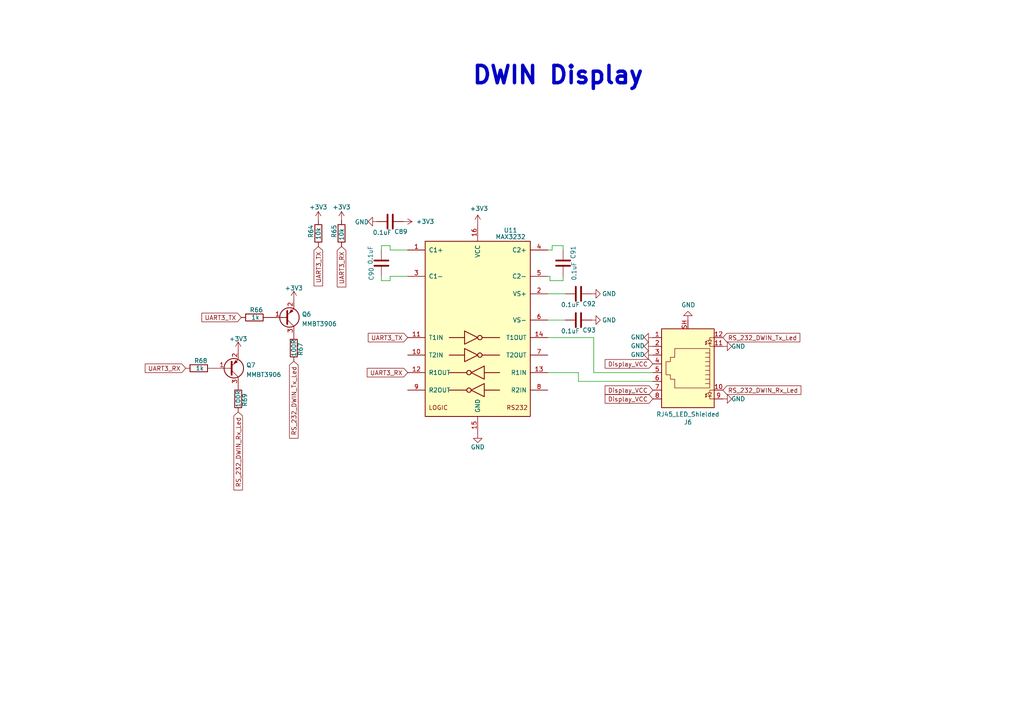
<source format=kicad_sch>
(kicad_sch (version 20211123) (generator eeschema)
  (paper "A4")
  (lib_symbols
    (symbol "Connector:RJ45_LED_Shielded" (pin_names (offset 1.016))
      (property "Reference" "J" (at -5.08 13.97 0))
      (property "Value" "RJ45_LED_Shielded" (at 1.27 13.97 0))
      (symbol "RJ45_LED_Shielded_0_1"
        (polyline (pts (xy -7.62 -7.62) (xy -6.35 -7.62)))
        (polyline (pts (xy -7.62 -5.08) (xy -6.35 -5.08)))
        (polyline (pts (xy -7.62 7.62) (xy -6.35 7.62)))
        (polyline (pts (xy -7.62 10.16) (xy -6.35 10.16)))
        (polyline (pts (xy -6.858 -5.842) (xy -5.842 -5.842)))
        (polyline (pts (xy -6.858 9.398) (xy -5.842 9.398)))
        (polyline (pts (xy -6.35 -7.62) (xy -6.35 -6.858)))
        (polyline (pts (xy -6.35 -5.08) (xy -6.35 -5.842)))
        (polyline (pts (xy -6.35 7.62) (xy -6.35 8.382)))
        (polyline (pts (xy -6.35 10.16) (xy -6.35 9.398)))
        (polyline (pts (xy -5.08 -6.223) (xy -5.207 -6.604)))
        (polyline (pts (xy -5.08 -5.588) (xy -5.207 -5.969)))
        (polyline (pts (xy -5.08 4.445) (xy -6.35 4.445)))
        (polyline (pts (xy -5.08 5.715) (xy -6.35 5.715)))
        (polyline (pts (xy -5.08 9.017) (xy -5.207 8.636)))
        (polyline (pts (xy -5.08 9.652) (xy -5.207 9.271)))
        (polyline (pts (xy -6.35 -3.175) (xy -5.08 -3.175) (xy -5.08 -3.175)))
        (polyline (pts (xy -6.35 -1.905) (xy -5.08 -1.905) (xy -5.08 -1.905)))
        (polyline (pts (xy -6.35 -0.635) (xy -5.08 -0.635) (xy -5.08 -0.635)))
        (polyline (pts (xy -6.35 0.635) (xy -5.08 0.635) (xy -5.08 0.635)))
        (polyline (pts (xy -6.35 1.905) (xy -5.08 1.905) (xy -5.08 1.905)))
        (polyline (pts (xy -5.588 -6.731) (xy -5.08 -6.223) (xy -5.461 -6.35)))
        (polyline (pts (xy -5.588 -6.096) (xy -5.08 -5.588) (xy -5.461 -5.715)))
        (polyline (pts (xy -5.588 8.509) (xy -5.08 9.017) (xy -5.461 8.89)))
        (polyline (pts (xy -5.588 9.144) (xy -5.08 9.652) (xy -5.461 9.525)))
        (polyline (pts (xy -5.08 3.175) (xy -6.35 3.175) (xy -6.35 3.175)))
        (polyline (pts (xy -6.35 -5.842) (xy -6.858 -6.858) (xy -5.842 -6.858) (xy -6.35 -5.842)))
        (polyline (pts (xy -6.35 9.398) (xy -6.858 8.382) (xy -5.842 8.382) (xy -6.35 9.398)))
        (polyline (pts (xy -6.35 -4.445) (xy -6.35 6.985) (xy 3.81 6.985) (xy 3.81 4.445) (xy 5.08 4.445) (xy 5.08 3.175) (xy 6.35 3.175) (xy 6.35 -0.635) (xy 5.08 -0.635) (xy 5.08 -1.905) (xy 3.81 -1.905) (xy 3.81 -4.445) (xy -6.35 -4.445) (xy -6.35 -4.445)))
        (rectangle (start 7.62 12.7) (end -7.62 -10.16) (stroke (width 0.254)) (fill (type background)))
      )
      (symbol "RJ45_LED_Shielded_1_1"
        (pin passive line (at 10.16 -7.62 180) (length 2.54) (name "~") (number "1"))
        (pin passive line (at -10.16 7.62 0) (length 2.54) (name "~") (number "10"))
        (pin passive line (at -10.16 -5.08 0) (length 2.54) (name "~") (number "11"))
        (pin passive line (at -10.16 -7.62 0) (length 2.54) (name "~") (number "12"))
        (pin passive line (at 10.16 -5.08 180) (length 2.54) (name "~") (number "2"))
        (pin passive line (at 10.16 -2.54 180) (length 2.54) (name "~") (number "3"))
        (pin passive line (at 10.16 0 180) (length 2.54) (name "~") (number "4"))
        (pin passive line (at 10.16 2.54 180) (length 2.54) (name "~") (number "5"))
        (pin passive line (at 10.16 5.08 180) (length 2.54) (name "~") (number "6"))
        (pin passive line (at 10.16 7.62 180) (length 2.54) (name "~") (number "7"))
        (pin passive line (at 10.16 10.16 180) (length 2.54) (name "~") (number "8"))
        (pin passive line (at -10.16 10.16 0) (length 2.54) (name "~") (number "9"))
        (pin passive line (at 0 -12.7 90) (length 2.54) (name "~") (number "SH"))
      )
    )
    (symbol "Device:C" (pin_numbers hide) (pin_names (offset 0.254))
      (property "Reference" "C" (at 0.635 2.54 0))
      (property "Value" "C" (at 0.635 -2.54 0))
      (symbol "C_0_1"
        (polyline (pts (xy -2.032 -0.762) (xy 2.032 -0.762)) (stroke (width 0.508)))
        (polyline (pts (xy -2.032 0.762) (xy 2.032 0.762)) (stroke (width 0.508)))
      )
      (symbol "C_1_1"
        (pin passive line (at 0 3.81 270) (length 2.794) (name "~") (number "1"))
        (pin passive line (at 0 -3.81 90) (length 2.794) (name "~") (number "2"))
      )
    )
    (symbol "Device:R" (pin_numbers hide) (pin_names (offset 0))
      (property "Reference" "R" (at 2.032 0 90))
      (property "Value" "R" (at 0 0 90))
      (symbol "R_0_1"
        (rectangle (start -1.016 -2.54) (end 1.016 2.54) (stroke (width 0.254)))
      )
      (symbol "R_1_1"
        (pin passive line (at 0 3.81 270) (length 1.27) (name "~") (number "1"))
        (pin passive line (at 0 -3.81 90) (length 1.27) (name "~") (number "2"))
      )
    )
    (symbol "Interface_UART:MAX3232" (pin_names (offset 1.016))
      (property "Reference" "U" (at -2.54 28.575 0))
      (property "Value" "MAX3232" (at -2.54 26.67 0))
      (symbol "MAX3232_0_0"
        (text "LOGIC" (at -11.43 -22.86 0) (effects (font (size 1.27 1.27))))
        (text "RS232" (at 11.43 -22.86 0) (effects (font (size 1.27 1.27))))
      )
      (symbol "MAX3232_0_1"
        (rectangle (start -15.24 -25.4) (end 15.24 25.4) (stroke (width 0.254)) (fill (type background)))
        (circle (center -2.54 -17.78) (radius 0.635) (stroke (width 0.254)))
        (circle (center -2.54 -12.7) (radius 0.635) (stroke (width 0.254)))
        (polyline (pts (xy -3.81 -7.62) (xy -8.255 -7.62)) (stroke (width 0.254)))
        (polyline (pts (xy -3.81 -2.54) (xy -8.255 -2.54)) (stroke (width 0.254)))
        (polyline (pts (xy -3.175 -17.78) (xy -8.255 -17.78)) (stroke (width 0.254)))
        (polyline (pts (xy -3.175 -12.7) (xy -8.255 -12.7)) (stroke (width 0.254)))
        (polyline (pts (xy 1.27 -7.62) (xy 6.35 -7.62)) (stroke (width 0.254)))
        (polyline (pts (xy 1.27 -2.54) (xy 6.35 -2.54)) (stroke (width 0.254)))
        (polyline (pts (xy 1.905 -17.78) (xy 6.35 -17.78)) (stroke (width 0.254)))
        (polyline (pts (xy 1.905 -12.7) (xy 6.35 -12.7)) (stroke (width 0.254)))
        (polyline (pts (xy -3.81 -5.715) (xy -3.81 -9.525) (xy 0 -7.62) (xy -3.81 -5.715)) (stroke (width 0.254)))
        (polyline (pts (xy -3.81 -0.635) (xy -3.81 -4.445) (xy 0 -2.54) (xy -3.81 -0.635)) (stroke (width 0.254)))
        (polyline (pts (xy 1.905 -15.875) (xy 1.905 -19.685) (xy -1.905 -17.78) (xy 1.905 -15.875)) (stroke (width 0.254)))
        (polyline (pts (xy 1.905 -10.795) (xy 1.905 -14.605) (xy -1.905 -12.7) (xy 1.905 -10.795)) (stroke (width 0.254)))
        (circle (center 0.635 -7.62) (radius 0.635) (stroke (width 0.254)))
        (circle (center 0.635 -2.54) (radius 0.635) (stroke (width 0.254)))
      )
      (symbol "MAX3232_1_1"
        (pin passive line (at -20.32 22.86 0) (length 5.08) (name "C1+") (number "1"))
        (pin input line (at -20.32 -7.62 0) (length 5.08) (name "T2IN") (number "10"))
        (pin input line (at -20.32 -2.54 0) (length 5.08) (name "T1IN") (number "11"))
        (pin output line (at -20.32 -12.7 0) (length 5.08) (name "R1OUT") (number "12"))
        (pin input line (at 20.32 -12.7 180) (length 5.08) (name "R1IN") (number "13"))
        (pin output line (at 20.32 -2.54 180) (length 5.08) (name "T1OUT") (number "14"))
        (pin power_in line (at 0 -30.48 90) (length 5.08) (name "GND") (number "15"))
        (pin power_in line (at 0 30.48 270) (length 5.08) (name "VCC") (number "16"))
        (pin power_out line (at 20.32 10.16 180) (length 5.08) (name "VS+") (number "2"))
        (pin passive line (at -20.32 15.24 0) (length 5.08) (name "C1-") (number "3"))
        (pin passive line (at 20.32 22.86 180) (length 5.08) (name "C2+") (number "4"))
        (pin passive line (at 20.32 15.24 180) (length 5.08) (name "C2-") (number "5"))
        (pin power_out line (at 20.32 2.54 180) (length 5.08) (name "VS-") (number "6"))
        (pin output line (at 20.32 -7.62 180) (length 5.08) (name "T2OUT") (number "7"))
        (pin input line (at 20.32 -17.78 180) (length 5.08) (name "R2IN") (number "8"))
        (pin output line (at -20.32 -17.78 0) (length 5.08) (name "R2OUT") (number "9"))
      )
    )
    (symbol "Transistor_BJT:MMBT3906" (pin_names (offset 0) hide)
      (property "Reference" "Q" (at 5.08 1.905 0))
      (property "Value" "MMBT3906" (at 5.08 0 0))
      (symbol "MMBT3906_0_1"
        (polyline (pts (xy 0.635 0.635) (xy 2.54 2.54)))
        (polyline (pts (xy 0.635 -0.635) (xy 2.54 -2.54) (xy 2.54 -2.54)))
        (polyline (pts (xy 0.635 1.905) (xy 0.635 -1.905) (xy 0.635 -1.905)) (stroke (width 0.508)))
        (polyline (pts (xy 2.286 -1.778) (xy 1.778 -2.286) (xy 1.27 -1.27) (xy 2.286 -1.778) (xy 2.286 -1.778)) (fill (type outline)))
        (circle (center 1.27 0) (radius 2.8194) (stroke (width 0.254)))
      )
      (symbol "MMBT3906_1_1"
        (pin input line (at -5.08 0 0) (length 5.715) (name "B") (number "1"))
        (pin passive line (at 2.54 -5.08 90) (length 2.54) (name "E") (number "2"))
        (pin passive line (at 2.54 5.08 270) (length 2.54) (name "C") (number "3"))
      )
    )
    (symbol "power:+3.3V" (power) (pin_names (offset 0))
      (property "Value" "+3.3V" (at 0 3.556 0))
      (symbol "+3.3V_0_1"
        (polyline (pts (xy -0.762 1.27) (xy 0 2.54)))
        (polyline (pts (xy 0 0) (xy 0 2.54)))
        (polyline (pts (xy 0 2.54) (xy 0.762 1.27)))
      )
      (symbol "+3.3V_1_1"
        (pin power_in line (at 0 0 90) (length 0) hide (name "+3V3") (number "1"))
      )
    )
    (symbol "power:GND" (power) (pin_names (offset 0))
      (property "Value" "GND" (at 0 -3.81 0))
      (symbol "GND_0_1"
        (polyline (pts (xy 0 0) (xy 0 -1.27) (xy 1.27 -1.27) (xy 0 -2.54) (xy -1.27 -1.27) (xy 0 -1.27)))
      )
      (symbol "GND_1_1"
        (pin power_in line (at 0 0 270) (length 0) hide (name "GND") (number "1"))
      )
    )
  )
  (wire (pts (xy 167.767 110.617) (xy 167.767 108.077)))
  (wire (pts (xy 163.322 81.407) (xy 163.322 80.137)))
  (wire (pts (xy 158.877 85.217) (xy 163.957 85.217)))
  (wire (pts (xy 160.147 72.517) (xy 160.147 71.247)))
  (wire (pts (xy 158.877 80.137) (xy 159.512 80.137)))
  (wire (pts (xy 159.512 80.137) (xy 159.512 81.407)))
  (wire (pts (xy 110.617 81.407) (xy 113.157 81.407)))
  (wire (pts (xy 172.212 97.917) (xy 158.877 97.917)))
  (wire (pts (xy 113.157 80.137) (xy 118.237 80.137)))
  (wire (pts (xy 167.767 108.077) (xy 158.877 108.077)))
  (wire (pts (xy 113.157 81.407) (xy 113.157 80.137)))
  (wire (pts (xy 110.617 80.137) (xy 110.617 81.407)))
  (wire (pts (xy 110.617 72.517) (xy 110.617 71.247)))
  (wire (pts (xy 189.357 110.617) (xy 167.767 110.617)))
  (wire (pts (xy 172.212 108.077) (xy 172.212 97.917)))
  (wire (pts (xy 160.147 71.247) (xy 163.322 71.247)))
  (wire (pts (xy 110.617 71.247) (xy 113.157 71.247)))
  (wire (pts (xy 189.357 108.077) (xy 172.212 108.077)))
  (wire (pts (xy 163.957 92.837) (xy 158.877 92.837)))
  (wire (pts (xy 163.322 71.247) (xy 163.322 72.517)))
  (wire (pts (xy 113.157 72.517) (xy 118.237 72.517)))
  (wire (pts (xy 158.877 72.517) (xy 160.147 72.517)))
  (wire (pts (xy 159.512 81.407) (xy 163.322 81.407)))
  (wire (pts (xy 113.157 71.247) (xy 113.157 72.517)))
  (text "DWIN Display" (at 136.652 24.892 0) (effects (font (size 5.0038 5.0038) (thickness 1.0008) bold) (justify left bottom)))
  (global_label "UART3_RX" (shape input) (at 99.06 71.501 270) (property "Intersheet References" "${INTERSHEET_REFS}" (effects hide)))
  (global_label "Display_VCC" (shape input) (at 189.357 105.537 180) (property "Intersheet References" "${INTERSHEET_REFS}" (effects hide)))
  (global_label "UART3_TX" (shape input) (at 118.237 97.917 180) (property "Intersheet References" "${INTERSHEET_REFS}" (effects hide)))
  (global_label "RS_232_DWIN_Rx_Led" (shape input) (at 209.677 113.157 0) (property "Intersheet References" "${INTERSHEET_REFS}" (effects hide)))
  (global_label "UART3_RX" (shape input) (at 118.237 108.077 180) (property "Intersheet References" "${INTERSHEET_REFS}" (effects hide)))
  (global_label "UART3_TX" (shape input) (at 69.977 92.075 180) (property "Intersheet References" "${INTERSHEET_REFS}" (effects hide)))
  (global_label "RS_232_DWIN_Tx_Led" (shape input) (at 85.217 104.775 270) (property "Intersheet References" "${INTERSHEET_REFS}" (effects hide)))
  (global_label "RS_232_DWIN_Rx_Led" (shape input) (at 69.088 119.507 270) (property "Intersheet References" "${INTERSHEET_REFS}" (effects hide)))
  (global_label "UART3_RX" (shape input) (at 53.848 106.807 180) (property "Intersheet References" "${INTERSHEET_REFS}" (effects hide)))
  (global_label "Display_VCC" (shape input) (at 189.357 113.157 180) (property "Intersheet References" "${INTERSHEET_REFS}" (effects hide)))
  (global_label "RS_232_DWIN_Tx_Led" (shape input) (at 209.677 97.917 0) (property "Intersheet References" "${INTERSHEET_REFS}" (effects hide)))
  (global_label "UART3_TX" (shape input) (at 92.329 71.501 270) (property "Intersheet References" "${INTERSHEET_REFS}" (effects hide)))
  (global_label "Display_VCC" (shape input) (at 189.357 115.697 180) (property "Intersheet References" "${INTERSHEET_REFS}" (effects hide)))
  (symbol (lib_id "Connector:RJ45_LED_Shielded") (at 199.517 105.537 180) (unit 1)
    (property "Reference" "J6" (at 199.517 122.4788 0))
    (property "Value" "RJ45_LED_Shielded" (at 199.517 120.1674 0))
    (property "Footprint" "Connector_RJ:RJ45_Amphenol_RJHSE538X" (effects hide))
  )
  (symbol (lib_id "Device:C") (at 163.322 76.327 0) (unit 1)
    (property "Reference" "C91" (at 166.243 75.1586 90) (effects (justify left)))
    (property "Value" "0.1uF" (at 166.497 81.407 90) (effects (justify left)))
    (property "Footprint" "Capacitor_SMD:C_0603_1608Metric" (effects hide))
  )
  (symbol (lib_id "Transistor_BJT:MMBT3906") (at 66.548 106.807 0) (mirror x) (unit 1)
    (property "Reference" "Q7" (at 71.3994 105.8985 0) (effects (justify left)))
    (property "Value" "MMBT3906" (at 71.3994 108.6736 0) (effects (justify left)))
    (property "Footprint" "Package_TO_SOT_SMD:SOT-23" (effects hide))
    (property "Datasheet" "https://www.onsemi.com/pub/Collateral/2N3906-D.PDF" (effects hide))
  )
  (symbol (lib_id "power:GND") (at 189.357 97.917 270) (mirror x) (unit 1)
    (property "Reference" "#PWR0231" (effects hide))
    (property "Value" "GND" (at 184.9628 97.79 90))
  )
  (symbol (lib_id "power:GND") (at 199.517 92.837 0) (mirror x) (unit 1)
    (property "Reference" "#PWR0228" (effects hide))
    (property "Value" "GND" (at 199.644 88.4428 0))
  )
  (symbol (lib_id "Device:C") (at 110.617 76.327 180) (unit 1)
    (property "Reference" "C90" (at 107.696 77.4954 90) (effects (justify left)))
    (property "Value" "0.1uF" (at 107.442 71.247 90) (effects (justify left)))
    (property "Footprint" "Capacitor_SMD:C_0603_1608Metric" (effects hide))
  )
  (symbol (lib_id "Device:R") (at 73.787 92.075 90) (mirror x) (unit 1)
    (property "Reference" "R66" (at 76.327 89.916 90) (effects (justify left)))
    (property "Value" "1k" (at 75.311 92.075 90) (effects (justify left)))
    (property "Footprint" "Resistor_SMD:R_0603_1608Metric" (effects hide))
  )
  (symbol (lib_id "Device:C") (at 167.767 92.837 270) (unit 1)
    (property "Reference" "C93" (at 168.9354 95.758 90) (effects (justify left)))
    (property "Value" "0.1uF" (at 162.687 96.012 90) (effects (justify left)))
    (property "Footprint" "Capacitor_SMD:C_0603_1608Metric" (effects hide))
  )
  (symbol (lib_id "power:+3.3V") (at 116.967 64.262 270) (unit 1)
    (property "Reference" "#PWR0223" (effects hide))
    (property "Value" "+3.3V" (at 123.317 64.262 90))
  )
  (symbol (lib_id "Device:C") (at 167.767 85.217 270) (unit 1)
    (property "Reference" "C92" (at 168.9354 88.138 90) (effects (justify left)))
    (property "Value" "0.1uF" (at 162.687 88.392 90) (effects (justify left)))
    (property "Footprint" "Capacitor_SMD:C_0603_1608Metric" (effects hide))
  )
  (symbol (lib_id "power:GND") (at 189.357 102.997 270) (mirror x) (unit 1)
    (property "Reference" "#PWR0379" (effects hide))
    (property "Value" "GND" (at 184.9628 102.87 90))
  )
  (symbol (lib_id "power:GND") (at 209.677 115.697 90) (mirror x) (unit 1)
    (property "Reference" "#PWR0232" (effects hide))
    (property "Value" "GND" (at 214.122 115.697 90))
  )
  (symbol (lib_id "power:+3.3V") (at 138.557 64.897 0) (unit 1)
    (property "Reference" "#PWR0224" (effects hide))
    (property "Value" "+3.3V" (at 138.938 60.5028 0))
  )
  (symbol (lib_id "power:+3.3V") (at 69.088 101.727 0) (mirror y) (unit 1)
    (property "Reference" "#PWR0230" (effects hide))
    (property "Value" "+3.3V" (at 69.088 98.298 0))
  )
  (symbol (lib_id "power:GND") (at 138.557 125.857 0) (unit 1)
    (property "Reference" "#PWR0233" (effects hide))
    (property "Value" "GND" (at 138.557 129.667 0))
  )
  (symbol (lib_id "Device:R") (at 99.06 67.691 0) (mirror x) (unit 1)
    (property "Reference" "R65" (at 96.901 65.151 90) (effects (justify left)))
    (property "Value" "10k" (at 99.06 66.167 90) (effects (justify left)))
    (property "Footprint" "Resistor_SMD:R_0603_1608Metric" (effects hide))
  )
  (symbol (lib_id "Device:C") (at 113.157 64.262 270) (unit 1)
    (property "Reference" "C89" (at 114.3254 67.183 90) (effects (justify left)))
    (property "Value" "0.1uF" (at 108.077 67.437 90) (effects (justify left)))
    (property "Footprint" "Capacitor_SMD:C_0603_1608Metric" (effects hide))
  )
  (symbol (lib_id "Device:R") (at 92.329 67.691 0) (mirror x) (unit 1)
    (property "Reference" "R64" (at 90.17 65.151 90) (effects (justify left)))
    (property "Value" "10k" (at 92.329 65.913 90) (effects (justify left)))
    (property "Footprint" "Resistor_SMD:R_0603_1608Metric" (effects hide))
  )
  (symbol (lib_id "Transistor_BJT:MMBT3906") (at 82.677 92.075 0) (mirror x) (unit 1)
    (property "Reference" "Q6" (at 87.5284 91.1665 0) (effects (justify left)))
    (property "Value" "MMBT3906" (at 87.5284 93.9416 0) (effects (justify left)))
    (property "Footprint" "Package_TO_SOT_SMD:SOT-23" (effects hide))
    (property "Datasheet" "https://www.onsemi.com/pub/Collateral/2N3906-D.PDF" (effects hide))
  )
  (symbol (lib_id "Interface_UART:MAX3232") (at 138.557 95.377 0) (unit 1)
    (property "Reference" "U11" (at 148.082 66.802 0))
    (property "Value" "MAX3232" (at 148.082 68.707 0))
    (property "Footprint" "Package_SO:SOP-16_3.9x9.9mm_P1.27mm" (effects hide))
    (property "Datasheet" "https://datasheets.maximintegrated.com/en/ds/MAX3222-MAX3241.pdf" (effects hide))
  )
  (symbol (lib_id "power:GND") (at 171.577 92.837 90) (unit 1)
    (property "Reference" "#PWR0227" (effects hide))
    (property "Value" "GND" (at 176.657 92.837 90))
  )
  (symbol (lib_id "power:+3.3V") (at 85.217 86.995 0) (mirror y) (unit 1)
    (property "Reference" "#PWR0226" (effects hide))
    (property "Value" "+3.3V" (at 85.217 83.566 0))
  )
  (symbol (lib_id "Device:R") (at 69.088 115.697 0) (mirror y) (unit 1)
    (property "Reference" "R69" (at 70.993 117.983 90) (effects (justify left)))
    (property "Value" "100R" (at 69.088 118.237 90) (effects (justify left)))
    (property "Footprint" "Resistor_SMD:R_0603_1608Metric" (effects hide))
  )
  (symbol (lib_id "power:GND") (at 189.357 100.457 270) (mirror x) (unit 1)
    (property "Reference" "#PWR0378" (effects hide))
    (property "Value" "GND" (at 184.9628 100.33 90))
  )
  (symbol (lib_id "power:GND") (at 171.577 85.217 90) (unit 1)
    (property "Reference" "#PWR0225" (effects hide))
    (property "Value" "GND" (at 176.657 85.217 90))
  )
  (symbol (lib_id "power:GND") (at 109.347 64.262 270) (unit 1)
    (property "Reference" "#PWR0222" (effects hide))
    (property "Value" "GND" (at 104.9528 64.389 90))
  )
  (symbol (lib_id "Device:R") (at 57.658 106.807 90) (mirror x) (unit 1)
    (property "Reference" "R68" (at 60.198 104.648 90) (effects (justify left)))
    (property "Value" "1k" (at 59.182 106.807 90) (effects (justify left)))
    (property "Footprint" "Resistor_SMD:R_0603_1608Metric" (effects hide))
  )
  (symbol (lib_id "Device:R") (at 85.217 100.965 0) (mirror y) (unit 1)
    (property "Reference" "R67" (at 87.122 103.251 90) (effects (justify left)))
    (property "Value" "100R" (at 85.217 103.505 90) (effects (justify left)))
    (property "Footprint" "Resistor_SMD:R_0603_1608Metric" (effects hide))
  )
  (symbol (lib_id "power:+3.3V") (at 92.329 63.881 0) (mirror y) (unit 1)
    (property "Reference" "#PWR0220" (effects hide))
    (property "Value" "+3.3V" (at 92.329 60.071 0))
  )
  (symbol (lib_id "power:+3.3V") (at 99.06 63.881 0) (mirror y) (unit 1)
    (property "Reference" "#PWR0221" (effects hide))
    (property "Value" "+3.3V" (at 99.06 60.071 0))
  )
  (symbol (lib_id "power:GND") (at 209.677 100.457 90) (mirror x) (unit 1)
    (property "Reference" "#PWR0229" (effects hide))
    (property "Value" "GND" (at 214.122 100.457 90))
  )
)
</source>
